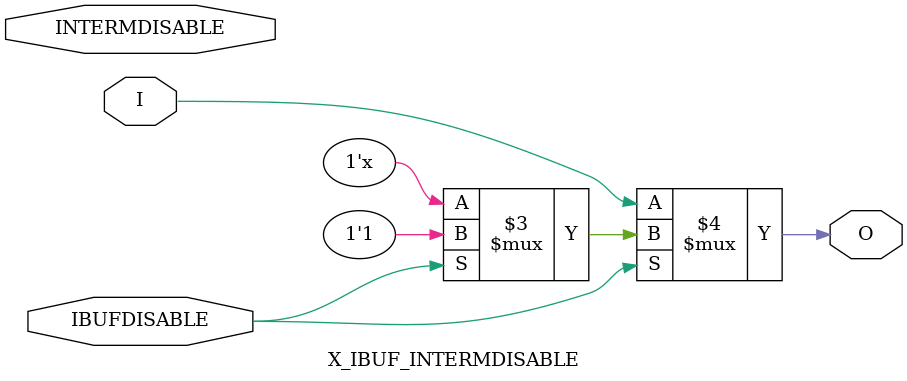
<source format=v>

`timescale  1 ps / 1 ps


module X_IBUF_INTERMDISABLE (O, I, IBUFDISABLE, INTERMDISABLE);

    parameter IBUF_LOW_PWR = "TRUE";
    parameter IOSTANDARD = "DEFAULT";
    parameter LOC = "UNPLACED";
    parameter USE_IBUFDISABLE = "TRUE";
    
    output O;

    input  I;
    input  IBUFDISABLE;
    input  INTERMDISABLE;

    initial begin
	
        case (IBUF_LOW_PWR)

            "FALSE", "TRUE" : ;
            default : begin
                          $display("Attribute Syntax Error : The attribute IBUF_LOW_PWR on X_IBUF_INTERMDISABLE instance %m is set to %s.  Legal values for this attribute are TRUE or FALSE.", IBUF_LOW_PWR);
                          $finish;
                      end

        endcase

    end

    generate
       case (USE_IBUFDISABLE)
          "TRUE" :  begin
                        assign O = (IBUFDISABLE == 0)? I : (IBUFDISABLE == 1)? 1'b1  : 1'bx;
                    end
          "FALSE" : begin
                        assign O = I;
                    end
       endcase
    endgenerate

    specify

        (I => O) 		= (0:0:0,  0:0:0);
        (IBUFDISABLE => O)	= (0:0:0,  0:0:0);
        (INTERMDISABLE => O)	= (0:0:0,  0:0:0);

        specparam PATHPULSE$ = 0;

    endspecify

endmodule

</source>
